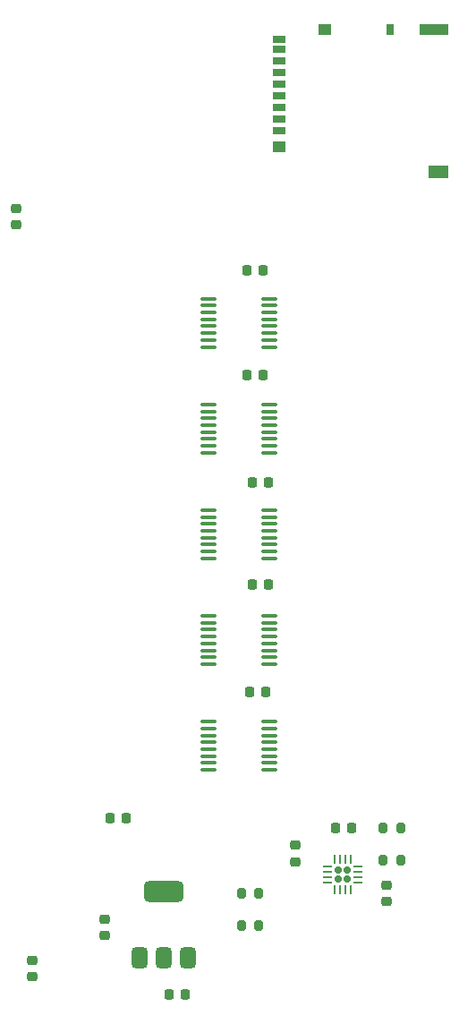
<source format=gbr>
%TF.GenerationSoftware,KiCad,Pcbnew,9.0.1*%
%TF.CreationDate,2025-11-23T11:55:31-07:00*%
%TF.ProjectId,Array,41727261-792e-46b6-9963-61645f706362,rev?*%
%TF.SameCoordinates,Original*%
%TF.FileFunction,Paste,Bot*%
%TF.FilePolarity,Positive*%
%FSLAX46Y46*%
G04 Gerber Fmt 4.6, Leading zero omitted, Abs format (unit mm)*
G04 Created by KiCad (PCBNEW 9.0.1) date 2025-11-23 11:55:31*
%MOMM*%
%LPD*%
G01*
G04 APERTURE LIST*
G04 Aperture macros list*
%AMRoundRect*
0 Rectangle with rounded corners*
0 $1 Rounding radius*
0 $2 $3 $4 $5 $6 $7 $8 $9 X,Y pos of 4 corners*
0 Add a 4 corners polygon primitive as box body*
4,1,4,$2,$3,$4,$5,$6,$7,$8,$9,$2,$3,0*
0 Add four circle primitives for the rounded corners*
1,1,$1+$1,$2,$3*
1,1,$1+$1,$4,$5*
1,1,$1+$1,$6,$7*
1,1,$1+$1,$8,$9*
0 Add four rect primitives between the rounded corners*
20,1,$1+$1,$2,$3,$4,$5,0*
20,1,$1+$1,$4,$5,$6,$7,0*
20,1,$1+$1,$6,$7,$8,$9,0*
20,1,$1+$1,$8,$9,$2,$3,0*%
G04 Aperture macros list end*
%ADD10RoundRect,0.225000X0.225000X0.250000X-0.225000X0.250000X-0.225000X-0.250000X0.225000X-0.250000X0*%
%ADD11RoundRect,0.375000X0.375000X-0.625000X0.375000X0.625000X-0.375000X0.625000X-0.375000X-0.625000X0*%
%ADD12RoundRect,0.500000X1.400000X-0.500000X1.400000X0.500000X-1.400000X0.500000X-1.400000X-0.500000X0*%
%ADD13RoundRect,0.225000X0.250000X-0.225000X0.250000X0.225000X-0.250000X0.225000X-0.250000X-0.225000X0*%
%ADD14RoundRect,0.200000X0.200000X0.275000X-0.200000X0.275000X-0.200000X-0.275000X0.200000X-0.275000X0*%
%ADD15RoundRect,0.200000X-0.200000X-0.275000X0.200000X-0.275000X0.200000X0.275000X-0.200000X0.275000X0*%
%ADD16RoundRect,0.225000X-0.250000X0.225000X-0.250000X-0.225000X0.250000X-0.225000X0.250000X0.225000X0*%
%ADD17RoundRect,0.160000X0.160000X0.160000X-0.160000X0.160000X-0.160000X-0.160000X0.160000X-0.160000X0*%
%ADD18RoundRect,0.062500X0.375000X0.062500X-0.375000X0.062500X-0.375000X-0.062500X0.375000X-0.062500X0*%
%ADD19RoundRect,0.062500X0.062500X0.375000X-0.062500X0.375000X-0.062500X-0.375000X0.062500X-0.375000X0*%
%ADD20RoundRect,0.225000X-0.225000X-0.250000X0.225000X-0.250000X0.225000X0.250000X-0.225000X0.250000X0*%
%ADD21RoundRect,0.100000X-0.637500X-0.100000X0.637500X-0.100000X0.637500X0.100000X-0.637500X0.100000X0*%
%ADD22R,1.900000X1.300000*%
%ADD23R,1.200000X1.000000*%
%ADD24R,2.800000X1.000000*%
%ADD25R,0.800000X1.000000*%
%ADD26R,1.200000X0.700000*%
G04 APERTURE END LIST*
D10*
%TO.C,C119*%
X178469442Y-139941601D03*
X176919442Y-139941601D03*
%TD*%
D11*
%TO.C,U44*%
X178737442Y-136487601D03*
X176437442Y-136487601D03*
D12*
X176437442Y-130187601D03*
D11*
X174137442Y-136487601D03*
%TD*%
D13*
%TO.C,C120*%
X170849442Y-134379601D03*
X170849442Y-132829601D03*
%TD*%
%TO.C,C123*%
X188869442Y-127369601D03*
X188869442Y-125819601D03*
%TD*%
D14*
%TO.C,R77*%
X198838442Y-127201601D03*
X197188442Y-127201601D03*
%TD*%
D15*
%TO.C,R79*%
X183789442Y-130391601D03*
X185439442Y-130391601D03*
%TD*%
%TO.C,R78*%
X183789442Y-133439601D03*
X185439442Y-133439601D03*
%TD*%
D16*
%TO.C,C122*%
X197505442Y-129616601D03*
X197505442Y-131166601D03*
%TD*%
D15*
%TO.C,R80*%
X197188442Y-124217133D03*
X198838442Y-124217133D03*
%TD*%
D17*
%TO.C,U45*%
X193754942Y-129001601D03*
X193754942Y-128201601D03*
X192954942Y-129001601D03*
X192954942Y-128201601D03*
D18*
X194792442Y-127851601D03*
X194792442Y-128351601D03*
X194792442Y-128851601D03*
X194792442Y-129351601D03*
D19*
X194104942Y-130039101D03*
X193604942Y-130039101D03*
X193104942Y-130039101D03*
X192604942Y-130039101D03*
D18*
X191917442Y-129351601D03*
X191917442Y-128851601D03*
X191917442Y-128351601D03*
X191917442Y-127851601D03*
D19*
X192604942Y-127164101D03*
X193104942Y-127164101D03*
X193604942Y-127164101D03*
X194104942Y-127164101D03*
%TD*%
D20*
%TO.C,C121*%
X192666442Y-124217133D03*
X194216442Y-124217133D03*
%TD*%
D21*
%TO.C,U41*%
X180672942Y-108676601D03*
X180672942Y-108026601D03*
X180672942Y-107376601D03*
X180672942Y-106726601D03*
X180672942Y-106076601D03*
X180672942Y-105426601D03*
X180672942Y-104776601D03*
X180672942Y-104126601D03*
X186397942Y-104126601D03*
X186397942Y-104776601D03*
X186397942Y-105426601D03*
X186397942Y-106076601D03*
X186397942Y-106726601D03*
X186397942Y-107376601D03*
X186397942Y-108026601D03*
X186397942Y-108676601D03*
%TD*%
%TO.C,U42*%
X180672942Y-118676601D03*
X180672942Y-118026601D03*
X180672942Y-117376601D03*
X180672942Y-116726601D03*
X180672942Y-116076601D03*
X180672942Y-115426601D03*
X180672942Y-114776601D03*
X180672942Y-114126601D03*
X186397942Y-114126601D03*
X186397942Y-114776601D03*
X186397942Y-115426601D03*
X186397942Y-116076601D03*
X186397942Y-116726601D03*
X186397942Y-117376601D03*
X186397942Y-118026601D03*
X186397942Y-118676601D03*
%TD*%
%TO.C,U39*%
X180672942Y-88676601D03*
X180672942Y-88026601D03*
X180672942Y-87376601D03*
X180672942Y-86726601D03*
X180672942Y-86076601D03*
X180672942Y-85426601D03*
X180672942Y-84776601D03*
X180672942Y-84126601D03*
X186397942Y-84126601D03*
X186397942Y-84776601D03*
X186397942Y-85426601D03*
X186397942Y-86076601D03*
X186397942Y-86726601D03*
X186397942Y-87376601D03*
X186397942Y-88026601D03*
X186397942Y-88676601D03*
%TD*%
D20*
%TO.C,C125*%
X184284442Y-81369601D03*
X185834442Y-81369601D03*
%TD*%
%TO.C,C127*%
X184792442Y-101181601D03*
X186342442Y-101181601D03*
%TD*%
D10*
%TO.C,C114*%
X172880442Y-123279601D03*
X171330442Y-123279601D03*
%TD*%
D13*
%TO.C,C113*%
X162453442Y-67158601D03*
X162453442Y-65608601D03*
%TD*%
D20*
%TO.C,C128*%
X184538442Y-111341601D03*
X186088442Y-111341601D03*
%TD*%
%TO.C,C126*%
X184792442Y-91529601D03*
X186342442Y-91529601D03*
%TD*%
%TO.C,C124*%
X184284442Y-71463601D03*
X185834442Y-71463601D03*
%TD*%
D21*
%TO.C,U38*%
X180672942Y-78676601D03*
X180672942Y-78026601D03*
X180672942Y-77376601D03*
X180672942Y-76726601D03*
X180672942Y-76076601D03*
X180672942Y-75426601D03*
X180672942Y-74776601D03*
X180672942Y-74126601D03*
X186397942Y-74126601D03*
X186397942Y-74776601D03*
X186397942Y-75426601D03*
X186397942Y-76076601D03*
X186397942Y-76726601D03*
X186397942Y-77376601D03*
X186397942Y-78026601D03*
X186397942Y-78676601D03*
%TD*%
D16*
%TO.C,C112*%
X163977442Y-136728601D03*
X163977442Y-138278601D03*
%TD*%
D21*
%TO.C,U40*%
X180672942Y-98676601D03*
X180672942Y-98026601D03*
X180672942Y-97376601D03*
X180672942Y-96726601D03*
X180672942Y-96076601D03*
X180672942Y-95426601D03*
X180672942Y-94776601D03*
X180672942Y-94126601D03*
X186397942Y-94126601D03*
X186397942Y-94776601D03*
X186397942Y-95426601D03*
X186397942Y-96076601D03*
X186397942Y-96726601D03*
X186397942Y-97376601D03*
X186397942Y-98026601D03*
X186397942Y-98676601D03*
%TD*%
D22*
%TO.C,J4*%
X202445442Y-62129601D03*
D23*
X187345442Y-59779601D03*
X191645442Y-48629601D03*
D24*
X201995442Y-48629601D03*
D25*
X197845442Y-48629601D03*
D26*
X187345442Y-49579601D03*
X187345442Y-50529601D03*
X187345442Y-51629601D03*
X187345442Y-52729601D03*
X187345442Y-53829601D03*
X187345442Y-54929601D03*
X187345442Y-56029601D03*
X187345442Y-57129601D03*
X187345442Y-58229601D03*
%TD*%
M02*

</source>
